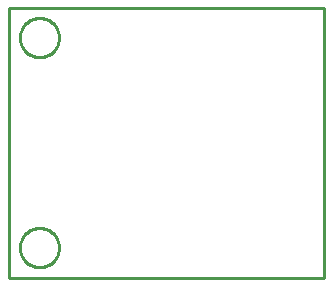
<source format=gbr>
G04 EAGLE Gerber RS-274X export*
G75*
%MOMM*%
%FSLAX34Y34*%
%LPD*%
%IN*%
%IPPOS*%
%AMOC8*
5,1,8,0,0,1.08239X$1,22.5*%
G01*
%ADD10C,0.254000*%


D10*
X0Y0D02*
X266500Y0D01*
X266700Y228600D01*
X0Y228600D01*
X0Y0D01*
X41910Y24860D02*
X41839Y23781D01*
X41698Y22709D01*
X41487Y21649D01*
X41208Y20605D01*
X40860Y19581D01*
X40446Y18583D01*
X39968Y17613D01*
X39428Y16677D01*
X38827Y15778D01*
X38169Y14921D01*
X37457Y14108D01*
X36692Y13344D01*
X35879Y12631D01*
X35022Y11973D01*
X34123Y11372D01*
X33187Y10832D01*
X32217Y10354D01*
X31219Y9940D01*
X30195Y9592D01*
X29151Y9313D01*
X28091Y9102D01*
X27019Y8961D01*
X25940Y8890D01*
X24860Y8890D01*
X23781Y8961D01*
X22709Y9102D01*
X21649Y9313D01*
X20605Y9592D01*
X19581Y9940D01*
X18583Y10354D01*
X17613Y10832D01*
X16677Y11372D01*
X15778Y11973D01*
X14921Y12631D01*
X14108Y13344D01*
X13344Y14108D01*
X12631Y14921D01*
X11973Y15778D01*
X11372Y16677D01*
X10832Y17613D01*
X10354Y18583D01*
X9940Y19581D01*
X9592Y20605D01*
X9313Y21649D01*
X9102Y22709D01*
X8961Y23781D01*
X8890Y24860D01*
X8890Y25940D01*
X8961Y27019D01*
X9102Y28091D01*
X9313Y29151D01*
X9592Y30195D01*
X9940Y31219D01*
X10354Y32217D01*
X10832Y33187D01*
X11372Y34123D01*
X11973Y35022D01*
X12631Y35879D01*
X13344Y36692D01*
X14108Y37457D01*
X14921Y38169D01*
X15778Y38827D01*
X16677Y39428D01*
X17613Y39968D01*
X18583Y40446D01*
X19581Y40860D01*
X20605Y41208D01*
X21649Y41487D01*
X22709Y41698D01*
X23781Y41839D01*
X24860Y41910D01*
X25940Y41910D01*
X27019Y41839D01*
X28091Y41698D01*
X29151Y41487D01*
X30195Y41208D01*
X31219Y40860D01*
X32217Y40446D01*
X33187Y39968D01*
X34123Y39428D01*
X35022Y38827D01*
X35879Y38169D01*
X36692Y37457D01*
X37457Y36692D01*
X38169Y35879D01*
X38827Y35022D01*
X39428Y34123D01*
X39968Y33187D01*
X40446Y32217D01*
X40860Y31219D01*
X41208Y30195D01*
X41487Y29151D01*
X41698Y28091D01*
X41839Y27019D01*
X41910Y25940D01*
X41910Y24860D01*
X41910Y202660D02*
X41839Y201581D01*
X41698Y200509D01*
X41487Y199449D01*
X41208Y198405D01*
X40860Y197381D01*
X40446Y196383D01*
X39968Y195413D01*
X39428Y194477D01*
X38827Y193578D01*
X38169Y192721D01*
X37457Y191908D01*
X36692Y191144D01*
X35879Y190431D01*
X35022Y189773D01*
X34123Y189172D01*
X33187Y188632D01*
X32217Y188154D01*
X31219Y187740D01*
X30195Y187392D01*
X29151Y187113D01*
X28091Y186902D01*
X27019Y186761D01*
X25940Y186690D01*
X24860Y186690D01*
X23781Y186761D01*
X22709Y186902D01*
X21649Y187113D01*
X20605Y187392D01*
X19581Y187740D01*
X18583Y188154D01*
X17613Y188632D01*
X16677Y189172D01*
X15778Y189773D01*
X14921Y190431D01*
X14108Y191144D01*
X13344Y191908D01*
X12631Y192721D01*
X11973Y193578D01*
X11372Y194477D01*
X10832Y195413D01*
X10354Y196383D01*
X9940Y197381D01*
X9592Y198405D01*
X9313Y199449D01*
X9102Y200509D01*
X8961Y201581D01*
X8890Y202660D01*
X8890Y203740D01*
X8961Y204819D01*
X9102Y205891D01*
X9313Y206951D01*
X9592Y207995D01*
X9940Y209019D01*
X10354Y210017D01*
X10832Y210987D01*
X11372Y211923D01*
X11973Y212822D01*
X12631Y213679D01*
X13344Y214492D01*
X14108Y215257D01*
X14921Y215969D01*
X15778Y216627D01*
X16677Y217228D01*
X17613Y217768D01*
X18583Y218246D01*
X19581Y218660D01*
X20605Y219008D01*
X21649Y219287D01*
X22709Y219498D01*
X23781Y219639D01*
X24860Y219710D01*
X25940Y219710D01*
X27019Y219639D01*
X28091Y219498D01*
X29151Y219287D01*
X30195Y219008D01*
X31219Y218660D01*
X32217Y218246D01*
X33187Y217768D01*
X34123Y217228D01*
X35022Y216627D01*
X35879Y215969D01*
X36692Y215257D01*
X37457Y214492D01*
X38169Y213679D01*
X38827Y212822D01*
X39428Y211923D01*
X39968Y210987D01*
X40446Y210017D01*
X40860Y209019D01*
X41208Y207995D01*
X41487Y206951D01*
X41698Y205891D01*
X41839Y204819D01*
X41910Y203740D01*
X41910Y202660D01*
M02*

</source>
